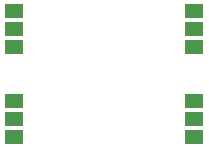
<source format=gbr>
G04 EAGLE Gerber RS-274X export*
G75*
%MOMM*%
%FSLAX34Y34*%
%LPD*%
%INSolderpaste Bottom*%
%IPPOS*%
%AMOC8*
5,1,8,0,0,1.08239X$1,22.5*%
G01*
%ADD10R,1.600200X1.168400*%


D10*
X304800Y403860D03*
X304800Y419100D03*
X304800Y434340D03*
X457200Y403860D03*
X457200Y419100D03*
X457200Y434340D03*
X457200Y327660D03*
X457200Y342900D03*
X457200Y358140D03*
X304800Y327660D03*
X304800Y342900D03*
X304800Y358140D03*
M02*

</source>
